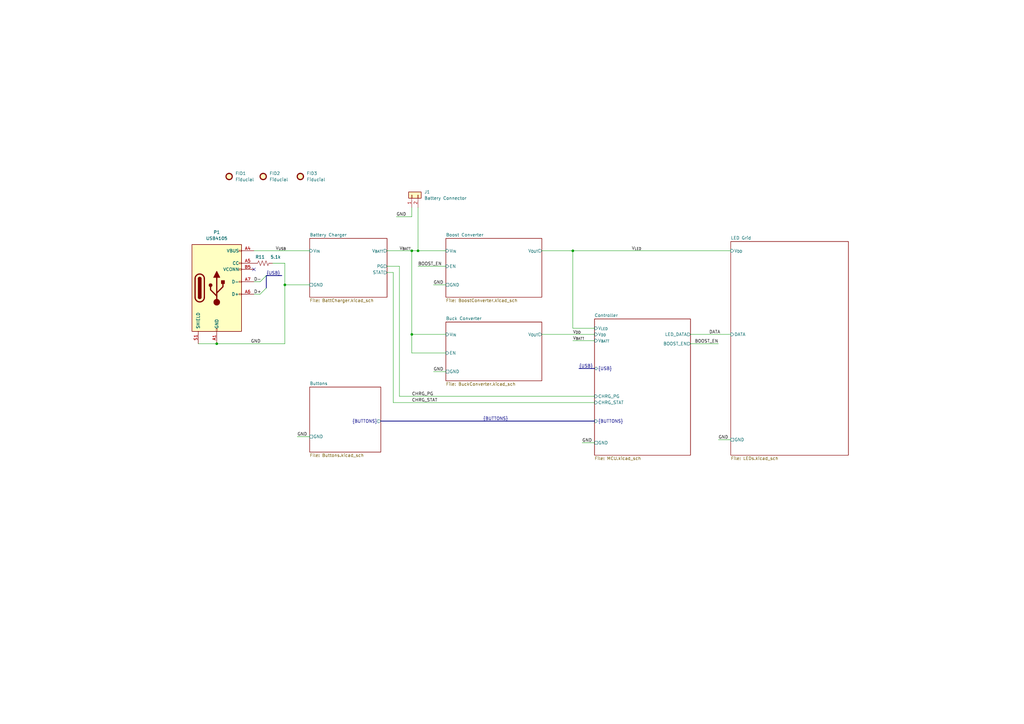
<source format=kicad_sch>
(kicad_sch (version 20211123) (generator eeschema)
  (paper "A3")
  (lib_symbols
    (symbol "Connector:USB_C_Plug_USB2.0" (pin_names (offset 1.016))
      (property "Reference" "P" (at -10.16 19.05 0))
      (property "Value" "USB_C_Plug_USB2.0" (at 12.7 19.05 0))
      (symbol "USB_C_Plug_USB2.0_0_0"
        (rectangle (start -0.254 -17.78) (end 0.254 -16.764))
        (rectangle (start 10.16 -2.286) (end 9.144 -2.794))
        (rectangle (start 10.16 2.794) (end 9.144 2.286))
        (rectangle (start 10.16 7.874) (end 9.144 7.366))
        (rectangle (start 10.16 10.414) (end 9.144 9.906))
        (rectangle (start 10.16 15.494) (end 9.144 14.986))
      )
      (symbol "USB_C_Plug_USB2.0_0_1"
        (rectangle (start -10.16 17.78) (end 10.16 -17.78) (stroke (width 0.254)) (fill (type background)))
        (arc (start -8.89 -3.81) (mid -6.985 -5.715) (end -5.08 -3.81) (stroke (width 0.508)))
        (arc (start -7.62 -3.81) (mid -6.985 -4.445) (end -6.35 -3.81) (stroke (width 0.254)))
        (arc (start -7.62 -3.81) (mid -6.985 -4.445) (end -6.35 -3.81) (stroke (width 0.254)) (fill (type outline)))
        (rectangle (start -7.62 -3.81) (end -6.35 3.81) (stroke (width 0.254)) (fill (type outline)))
        (arc (start -6.35 3.81) (mid -6.985 4.445) (end -7.62 3.81) (stroke (width 0.254)))
        (arc (start -6.35 3.81) (mid -6.985 4.445) (end -7.62 3.81) (stroke (width 0.254)) (fill (type outline)))
        (arc (start -5.08 3.81) (mid -6.985 5.715) (end -8.89 3.81) (stroke (width 0.508)))
        (circle (center -2.54 1.143) (radius 0.635) (stroke (width 0.254)) (fill (type outline)))
        (circle (center 0 -5.842) (radius 1.27) (fill (type outline)))
        (polyline (pts (xy -8.89 -3.81) (xy -8.89 3.81)) (stroke (width 0.508)))
        (polyline (pts (xy -5.08 3.81) (xy -5.08 -3.81)) (stroke (width 0.508)))
        (polyline (pts (xy 0 -5.842) (xy 0 4.318)) (stroke (width 0.508)))
        (polyline (pts (xy 0 -3.302) (xy -2.54 -0.762) (xy -2.54 0.508)) (stroke (width 0.508)))
        (polyline (pts (xy 0 -2.032) (xy 2.54 0.508) (xy 2.54 1.778)) (stroke (width 0.508)))
        (polyline (pts (xy -1.27 4.318) (xy 0 6.858) (xy 1.27 4.318) (xy -1.27 4.318)) (stroke (width 0.254)) (fill (type outline)))
        (rectangle (start 1.905 1.778) (end 3.175 3.048) (stroke (width 0.254)) (fill (type outline)))
      )
      (symbol "USB_C_Plug_USB2.0_1_1"
        (pin passive line (at 0 -22.86 90) (length 5.08) (name "GND") (number "A1"))
        (pin passive line (at 0 -22.86 90) (length 5.08) hide (name "GND") (number "A12"))
        (pin passive line (at 15.24 15.24 180) (length 5.08) (name "VBUS") (number "A4"))
        (pin bidirectional line (at 15.24 10.16 180) (length 5.08) (name "CC") (number "A5"))
        (pin bidirectional line (at 15.24 -2.54 180) (length 5.08) (name "D+") (number "A6"))
        (pin bidirectional line (at 15.24 2.54 180) (length 5.08) (name "D-") (number "A7"))
        (pin passive line (at 15.24 15.24 180) (length 5.08) hide (name "VBUS") (number "A9"))
        (pin passive line (at 0 -22.86 90) (length 5.08) hide (name "GND") (number "B1"))
        (pin passive line (at 0 -22.86 90) (length 5.08) hide (name "GND") (number "B12"))
        (pin passive line (at 15.24 15.24 180) (length 5.08) hide (name "VBUS") (number "B4"))
        (pin bidirectional line (at 15.24 7.62 180) (length 5.08) (name "VCONN") (number "B5"))
        (pin passive line (at 15.24 15.24 180) (length 5.08) hide (name "VBUS") (number "B9"))
        (pin passive line (at -7.62 -22.86 90) (length 5.08) (name "SHIELD") (number "S1"))
      )
    )
    (symbol "Connector_Generic:Conn_01x02" (pin_names (offset 1.016) hide)
      (property "Reference" "J" (at 0 2.54 0))
      (property "Value" "Conn_01x02" (at 0 -5.08 0))
      (symbol "Conn_01x02_1_1"
        (rectangle (start -1.27 -2.413) (end 0 -2.667) (stroke (width 0.1524)))
        (rectangle (start -1.27 0.127) (end 0 -0.127) (stroke (width 0.1524)))
        (rectangle (start -1.27 1.27) (end 1.27 -3.81) (stroke (width 0.254)) (fill (type background)))
        (pin passive line (at -5.08 0 0) (length 3.81) (name "Pin_1") (number "1"))
        (pin passive line (at -5.08 -2.54 0) (length 3.81) (name "Pin_2") (number "2"))
      )
    )
    (symbol "Device:R_US" (pin_numbers hide) (pin_names (offset 0))
      (property "Reference" "R" (at 2.54 0 90))
      (property "Value" "R_US" (at -2.54 0 90))
      (symbol "R_US_0_1"
        (polyline (pts (xy 0 -2.286) (xy 0 -2.54)))
        (polyline (pts (xy 0 2.286) (xy 0 2.54)))
        (polyline (pts (xy 0 -0.762) (xy 1.016 -1.143) (xy 0 -1.524) (xy -1.016 -1.905) (xy 0 -2.286)))
        (polyline (pts (xy 0 0.762) (xy 1.016 0.381) (xy 0 0) (xy -1.016 -0.381) (xy 0 -0.762)))
        (polyline (pts (xy 0 2.286) (xy 1.016 1.905) (xy 0 1.524) (xy -1.016 1.143) (xy 0 0.762)))
      )
      (symbol "R_US_1_1"
        (pin passive line (at 0 3.81 270) (length 1.27) (name "~") (number "1"))
        (pin passive line (at 0 -3.81 90) (length 1.27) (name "~") (number "2"))
      )
    )
    (symbol "Mechanical:Fiducial"
      (property "Reference" "FID" (at 0 5.08 0))
      (property "Value" "Fiducial" (at 0 3.175 0))
      (symbol "Fiducial_0_1"
        (circle (center 0 0) (radius 1.27) (stroke (width 0.508)) (fill (type background)))
      )
    )
  )
  (junction (at 116.84 116.84))
  (junction (at 88.9 140.97))
  (junction (at 168.91 102.87))
  (junction (at 234.95 102.87))
  (junction (at 168.91 137.16))
  (junction (at 171.45 102.87))
  (no_connect (at 104.14 110.49))
  (bus_entry (at 109.22 113.03) (size -2.54 2.54))
  (bus_entry (at 109.22 118.11) (size -2.54 2.54))
  (wire (pts (xy 294.64 140.97) (xy 283.21 140.97)))
  (wire (pts (xy 171.45 85.09) (xy 171.45 102.87)))
  (wire (pts (xy 168.91 102.87) (xy 168.91 137.16)))
  (wire (pts (xy 168.91 144.78) (xy 168.91 137.16)))
  (wire (pts (xy 116.84 107.95) (xy 116.84 116.84)))
  (wire (pts (xy 104.14 115.57) (xy 106.68 115.57)))
  (wire (pts (xy 163.83 109.22) (xy 158.75 109.22)))
  (wire (pts (xy 177.8 116.84) (xy 182.88 116.84)))
  (bus (pts (xy 237.49 151.13) (xy 243.84 151.13)))
  (wire (pts (xy 158.75 102.87) (xy 168.91 102.87)))
  (wire (pts (xy 294.64 180.34) (xy 299.72 180.34)))
  (wire (pts (xy 243.84 165.1) (xy 161.29 165.1)))
  (wire (pts (xy 111.76 107.95) (xy 116.84 107.95)))
  (wire (pts (xy 182.88 144.78) (xy 168.91 144.78)))
  (wire (pts (xy 222.25 102.87) (xy 234.95 102.87)))
  (wire (pts (xy 234.95 102.87) (xy 234.95 134.62)))
  (wire (pts (xy 238.76 181.61) (xy 243.84 181.61)))
  (wire (pts (xy 116.84 140.97) (xy 116.84 116.84)))
  (wire (pts (xy 88.9 140.97) (xy 116.84 140.97)))
  (bus (pts (xy 109.22 113.03) (xy 115.57 113.03)))
  (wire (pts (xy 168.91 85.09) (xy 168.91 88.9)))
  (wire (pts (xy 121.92 179.07) (xy 127 179.07)))
  (wire (pts (xy 116.84 116.84) (xy 127 116.84)))
  (wire (pts (xy 243.84 162.56) (xy 163.83 162.56)))
  (wire (pts (xy 104.14 102.87) (xy 127 102.87)))
  (wire (pts (xy 222.25 137.16) (xy 243.84 137.16)))
  (bus (pts (xy 109.22 113.03) (xy 109.22 118.11)))
  (wire (pts (xy 104.14 120.65) (xy 106.68 120.65)))
  (wire (pts (xy 168.91 102.87) (xy 171.45 102.87)))
  (wire (pts (xy 163.83 162.56) (xy 163.83 109.22)))
  (wire (pts (xy 161.29 111.76) (xy 161.29 165.1)))
  (wire (pts (xy 234.95 102.87) (xy 299.72 102.87)))
  (wire (pts (xy 182.88 137.16) (xy 168.91 137.16)))
  (wire (pts (xy 162.56 88.9) (xy 168.91 88.9)))
  (wire (pts (xy 161.29 111.76) (xy 158.75 111.76)))
  (wire (pts (xy 81.28 140.97) (xy 88.9 140.97)))
  (wire (pts (xy 283.21 137.16) (xy 299.72 137.16)))
  (wire (pts (xy 243.84 134.62) (xy 234.95 134.62)))
  (bus (pts (xy 156.21 172.72) (xy 243.84 172.72)))
  (wire (pts (xy 177.8 152.4) (xy 182.88 152.4)))
  (wire (pts (xy 171.45 109.22) (xy 182.88 109.22)))
  (wire (pts (xy 234.95 139.7) (xy 243.84 139.7)))
  (wire (pts (xy 171.45 102.87) (xy 182.88 102.87)))
  (label "GND" (at 121.92 179.07 0))
  (label "DATA" (at 290.83 137.16 0))
  (label "CHRG_PG" (at 168.91 162.56 0))
  (label "GND" (at 294.64 180.34 0))
  (label "V_{BATT}" (at 234.95 139.7 0))
  (label "CHRG_STAT" (at 168.91 165.1 0))
  (label "D+" (at 104.14 120.65 0))
  (label "V_{USB}" (at 113.03 102.87 0))
  (label "GND" (at 177.8 116.84 0))
  (label "GND" (at 177.8 152.4 0))
  (label "D-" (at 104.14 115.57 0))
  (label "V_{LED}" (at 259.08 102.87 0))
  (label "V_{BATT}" (at 163.83 102.87 0))
  (label "BOOST_EN" (at 171.45 109.22 0))
  (label "V_{DD}" (at 234.95 137.16 0))
  (label "{USB}" (at 237.49 151.13 0))
  (label "{USB}" (at 109.22 113.03 0))
  (label "BOOST_EN" (at 294.64 140.97 180))
  (label "GND" (at 102.87 140.97 0))
  (label "{BUTTONS}" (at 198.12 172.72 0))
  (label "GND" (at 238.76 181.61 0))
  (label "GND" (at 162.56 88.9 0))
  (symbol (lib_id "Connector_Generic:Conn_01x02") (at 168.91 80.01 90) (unit 1)
    (property "Reference" "J1" (at 173.99 78.7399 90) (effects (justify right)))
    (property "Value" "Battery Connector" (at 173.99 81.2799 90) (effects (justify right)))
    (property "Footprint" "Connector_PinSocket_2.54mm:PinSocket_1x02_P2.54mm_Vertical" (effects hide))
  )
  (symbol (lib_id "Connector:USB_C_Plug_USB2.0") (at 88.9 118.11 0) (unit 1)
    (property "Reference" "P1" (at 88.9 95.25 0))
    (property "Value" "USB4105" (at 88.9 97.79 0))
    (property "Footprint" "Connector_USB:USB_C_Receptacle_HRO_TYPE-C-31-M-12" (effects hide))
    (property "Datasheet" "https://www.usb.org/sites/default/files/documents/usb_type-c.zip" (effects hide))
  )
  (symbol (lib_id "Mechanical:Fiducial") (at 123.19 72.39 0) (unit 1)
    (property "Reference" "FID3" (at 125.73 71.1199 0) (effects (justify left)))
    (property "Value" "Fiducial" (at 125.73 73.6599 0) (effects (justify left)))
    (property "Footprint" "Fiducial:Fiducial_0.5mm_Mask1.5mm" (effects hide))
  )
  (symbol (lib_id "Mechanical:Fiducial") (at 107.95 72.39 0) (unit 1)
    (property "Reference" "FID2" (at 110.49 71.1199 0) (effects (justify left)))
    (property "Value" "Fiducial" (at 110.49 73.6599 0) (effects (justify left)))
    (property "Footprint" "Fiducial:Fiducial_0.5mm_Mask1.5mm" (effects hide))
  )
  (symbol (lib_id "Mechanical:Fiducial") (at 93.98 72.39 0) (unit 1)
    (property "Reference" "FID1" (at 96.52 71.1199 0) (effects (justify left)))
    (property "Value" "Fiducial" (at 96.52 73.6599 0) (effects (justify left)))
    (property "Footprint" "Fiducial:Fiducial_0.5mm_Mask1.5mm" (effects hide))
  )
  (symbol (lib_id "Device:R_US") (at 107.95 107.95 90) (unit 1)
    (property "Reference" "R11" (at 106.68 105.41 90))
    (property "Value" "5.1k" (at 113.03 105.41 90))
    (property "Footprint" "Resistor_SMD:R_0603_1608Metric" (effects hide))
  )
  (sheet (at 182.88 97.79) (size 39.37 24.13) (stroke (width 0.1524))
    (property "Sheet name" "Boost Converter" (at 182.88 97.0784 0) (effects (justify left bottom)))
    (property "Sheet file" "BoostConverter.kicad_sch" (at 182.88 122.5046 0) (effects (justify left top)))
    (pin "V_{IN}" input (at 182.88 102.87 180))
    (pin "GND" passive (at 182.88 116.84 180))
    (pin "V_{OUT}" output (at 222.25 102.87 0))
    (pin "EN" input (at 182.88 109.22 180))
  )
  (sheet (at 299.72 99.06) (size 48.26 87.63) (stroke (width 0.1524))
    (property "Sheet name" "LED Grid" (at 299.72 98.3484 0) (effects (justify left bottom)))
    (property "Sheet file" "LEDs.kicad_sch" (at 299.72 187.2746 0) (effects (justify left top)))
    (pin "DATA" input (at 299.72 137.16 180))
    (pin "V_{DD}" input (at 299.72 102.87 180))
    (pin "GND" passive (at 299.72 180.34 180))
  )
  (sheet (at 182.88 132.08) (size 39.37 24.13) (stroke (width 0.1524))
    (property "Sheet name" "Buck Converter" (at 182.88 131.3684 0) (effects (justify left bottom)))
    (property "Sheet file" "BuckConverter.kicad_sch" (at 182.88 156.7946 0) (effects (justify left top)))
    (pin "EN" input (at 182.88 144.78 180))
    (pin "GND" passive (at 182.88 152.4 180))
    (pin "V_{IN}" input (at 182.88 137.16 180))
    (pin "V_{OUT}" output (at 222.25 137.16 0))
  )
  (sheet (at 127 97.79) (size 31.75 24.13) (stroke (width 0.1524))
    (property "Sheet name" "Battery Charger" (at 127 97.0784 0) (effects (justify left bottom)))
    (property "Sheet file" "BattCharger.kicad_sch" (at 127 122.5046 0) (effects (justify left top)))
    (pin "GND" passive (at 127 116.84 180))
    (pin "V_{IN}" input (at 127 102.87 180))
    (pin "V_{BATT}" output (at 158.75 102.87 0))
    (pin "PG" output (at 158.75 109.22 0))
    (pin "STAT" output (at 158.75 111.76 0))
  )
  (sheet (at 243.84 130.81) (size 39.37 55.88) (stroke (width 0.1524))
    (property "Sheet name" "Controller" (at 243.84 130.0984 0) (effects (justify left bottom)))
    (property "Sheet file" "MCU.kicad_sch" (at 243.84 187.2746 0) (effects (justify left top)))
    (pin "V_{DD}" input (at 243.84 137.16 180))
    (pin "GND" passive (at 243.84 181.61 180))
    (pin "V_{BATT}" input (at 243.84 139.7 180))
    (pin "CHRG_PG" input (at 243.84 162.56 180))
    (pin "CHRG_STAT" input (at 243.84 165.1 180))
    (pin "BOOST_EN" output (at 283.21 140.97 0))
    (pin "{USB}" bidirectional (at 243.84 151.13 180))
    (pin "V_{LED}" input (at 243.84 134.62 180))
    (pin "LED_DATA" output (at 283.21 137.16 0))
    (pin "{BUTTONS}" input (at 243.84 172.72 180))
  )
  (sheet (at 127 158.75) (size 29.21 26.67) (stroke (width 0.1524))
    (property "Sheet name" "Buttons" (at 127 158.0384 0) (effects (justify left bottom)))
    (property "Sheet file" "Buttons.kicad_sch" (at 127 186.0046 0) (effects (justify left top)))
    (pin "{BUTTONS}" output (at 156.21 172.72 0))
    (pin "GND" passive (at 127 179.07 180))
  )
)
</source>
